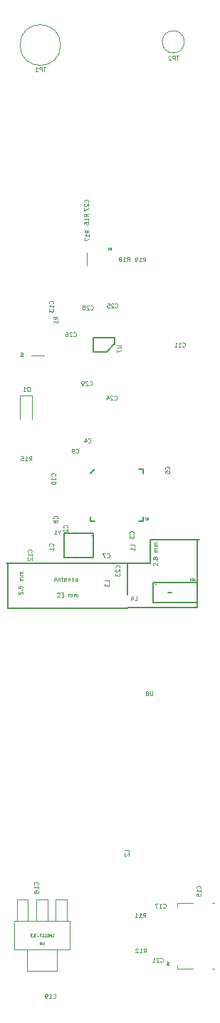
<source format=gbr>
G04 #@! TF.FileFunction,Legend,Bot*
%FSLAX46Y46*%
G04 Gerber Fmt 4.6, Leading zero omitted, Abs format (unit mm)*
G04 Created by KiCad (PCBNEW 4.0.6-e0-6349~53~ubuntu16.04.1) date Thu Nov 23 18:30:10 2017*
%MOMM*%
%LPD*%
G01*
G04 APERTURE LIST*
%ADD10C,0.100000*%
%ADD11C,0.200000*%
%ADD12C,0.125000*%
%ADD13C,0.150000*%
%ADD14C,0.050000*%
%ADD15C,0.120000*%
%ADD16C,0.040000*%
%ADD17C,0.074930*%
%ADD18C,0.076200*%
%ADD19C,0.062500*%
G04 APERTURE END LIST*
D10*
D11*
X119800000Y-88625000D02*
X119800000Y-88575000D01*
X128050000Y-88625000D02*
X119800000Y-88625000D01*
X128050000Y-80625000D02*
X128050000Y-88625000D01*
X119775000Y-87100000D02*
X119775000Y-83350000D01*
X105575000Y-88650000D02*
X119775000Y-88650000D01*
X105575000Y-83400000D02*
X105575000Y-88650000D01*
X105343743Y-83400000D02*
X122500000Y-83400000D01*
D12*
X122873810Y-83607142D02*
X122850000Y-83583332D01*
X122826190Y-83535713D01*
X122826190Y-83416666D01*
X122850000Y-83369047D01*
X122873810Y-83345237D01*
X122921429Y-83321428D01*
X122969048Y-83321428D01*
X123040476Y-83345237D01*
X123326190Y-83630951D01*
X123326190Y-83321428D01*
X123278571Y-83107142D02*
X123302381Y-83083333D01*
X123326190Y-83107142D01*
X123302381Y-83130952D01*
X123278571Y-83107142D01*
X123326190Y-83107142D01*
X123040476Y-82797619D02*
X123016667Y-82845238D01*
X122992857Y-82869047D01*
X122945238Y-82892857D01*
X122921429Y-82892857D01*
X122873810Y-82869047D01*
X122850000Y-82845238D01*
X122826190Y-82797619D01*
X122826190Y-82702381D01*
X122850000Y-82654762D01*
X122873810Y-82630952D01*
X122921429Y-82607143D01*
X122945238Y-82607143D01*
X122992857Y-82630952D01*
X123016667Y-82654762D01*
X123040476Y-82702381D01*
X123040476Y-82797619D01*
X123064286Y-82845238D01*
X123088095Y-82869047D01*
X123135714Y-82892857D01*
X123230952Y-82892857D01*
X123278571Y-82869047D01*
X123302381Y-82845238D01*
X123326190Y-82797619D01*
X123326190Y-82702381D01*
X123302381Y-82654762D01*
X123278571Y-82630952D01*
X123230952Y-82607143D01*
X123135714Y-82607143D01*
X123088095Y-82630952D01*
X123064286Y-82654762D01*
X123040476Y-82702381D01*
X123326190Y-82011905D02*
X122992857Y-82011905D01*
X123040476Y-82011905D02*
X123016667Y-81988096D01*
X122992857Y-81940477D01*
X122992857Y-81869048D01*
X123016667Y-81821429D01*
X123064286Y-81797620D01*
X123326190Y-81797620D01*
X123064286Y-81797620D02*
X123016667Y-81773810D01*
X122992857Y-81726191D01*
X122992857Y-81654763D01*
X123016667Y-81607143D01*
X123064286Y-81583334D01*
X123326190Y-81583334D01*
X123326190Y-81345238D02*
X122992857Y-81345238D01*
X123040476Y-81345238D02*
X123016667Y-81321429D01*
X122992857Y-81273810D01*
X122992857Y-81202381D01*
X123016667Y-81154762D01*
X123064286Y-81130953D01*
X123326190Y-81130953D01*
X123064286Y-81130953D02*
X123016667Y-81107143D01*
X122992857Y-81059524D01*
X122992857Y-80988096D01*
X123016667Y-80940476D01*
X123064286Y-80916667D01*
X123326190Y-80916667D01*
D11*
X122450000Y-80600000D02*
X128325000Y-80600000D01*
X122450000Y-83400000D02*
X122450000Y-80600000D01*
D12*
X111420953Y-86903810D02*
X111444763Y-86880000D01*
X111492382Y-86856190D01*
X111611429Y-86856190D01*
X111659048Y-86880000D01*
X111682858Y-86903810D01*
X111706667Y-86951429D01*
X111706667Y-86999048D01*
X111682858Y-87070476D01*
X111397144Y-87356190D01*
X111706667Y-87356190D01*
X111873334Y-86856190D02*
X112182857Y-86856190D01*
X112016191Y-87046667D01*
X112087619Y-87046667D01*
X112135238Y-87070476D01*
X112159048Y-87094286D01*
X112182857Y-87141905D01*
X112182857Y-87260952D01*
X112159048Y-87308571D01*
X112135238Y-87332381D01*
X112087619Y-87356190D01*
X111944762Y-87356190D01*
X111897143Y-87332381D01*
X111873334Y-87308571D01*
X112778095Y-87356190D02*
X112778095Y-87022857D01*
X112778095Y-87070476D02*
X112801904Y-87046667D01*
X112849523Y-87022857D01*
X112920952Y-87022857D01*
X112968571Y-87046667D01*
X112992380Y-87094286D01*
X112992380Y-87356190D01*
X112992380Y-87094286D02*
X113016190Y-87046667D01*
X113063809Y-87022857D01*
X113135237Y-87022857D01*
X113182857Y-87046667D01*
X113206666Y-87094286D01*
X113206666Y-87356190D01*
X113444762Y-87356190D02*
X113444762Y-87022857D01*
X113444762Y-87070476D02*
X113468571Y-87046667D01*
X113516190Y-87022857D01*
X113587619Y-87022857D01*
X113635238Y-87046667D01*
X113659047Y-87094286D01*
X113659047Y-87356190D01*
X113659047Y-87094286D02*
X113682857Y-87046667D01*
X113730476Y-87022857D01*
X113801904Y-87022857D01*
X113849524Y-87046667D01*
X113873333Y-87094286D01*
X113873333Y-87356190D01*
X106796190Y-86765237D02*
X106796190Y-87003332D01*
X107034286Y-87027142D01*
X107010476Y-87003332D01*
X106986667Y-86955713D01*
X106986667Y-86836666D01*
X107010476Y-86789047D01*
X107034286Y-86765237D01*
X107081905Y-86741428D01*
X107200952Y-86741428D01*
X107248571Y-86765237D01*
X107272381Y-86789047D01*
X107296190Y-86836666D01*
X107296190Y-86955713D01*
X107272381Y-87003332D01*
X107248571Y-87027142D01*
X107248571Y-86527142D02*
X107272381Y-86503333D01*
X107296190Y-86527142D01*
X107272381Y-86550952D01*
X107248571Y-86527142D01*
X107296190Y-86527142D01*
X106796190Y-86050952D02*
X106796190Y-86289047D01*
X107034286Y-86312857D01*
X107010476Y-86289047D01*
X106986667Y-86241428D01*
X106986667Y-86122381D01*
X107010476Y-86074762D01*
X107034286Y-86050952D01*
X107081905Y-86027143D01*
X107200952Y-86027143D01*
X107248571Y-86050952D01*
X107272381Y-86074762D01*
X107296190Y-86122381D01*
X107296190Y-86241428D01*
X107272381Y-86289047D01*
X107248571Y-86312857D01*
X107296190Y-85431905D02*
X106962857Y-85431905D01*
X107010476Y-85431905D02*
X106986667Y-85408096D01*
X106962857Y-85360477D01*
X106962857Y-85289048D01*
X106986667Y-85241429D01*
X107034286Y-85217620D01*
X107296190Y-85217620D01*
X107034286Y-85217620D02*
X106986667Y-85193810D01*
X106962857Y-85146191D01*
X106962857Y-85074763D01*
X106986667Y-85027143D01*
X107034286Y-85003334D01*
X107296190Y-85003334D01*
X107296190Y-84765238D02*
X106962857Y-84765238D01*
X107010476Y-84765238D02*
X106986667Y-84741429D01*
X106962857Y-84693810D01*
X106962857Y-84622381D01*
X106986667Y-84574762D01*
X107034286Y-84550953D01*
X107296190Y-84550953D01*
X107034286Y-84550953D02*
X106986667Y-84527143D01*
X106962857Y-84479524D01*
X106962857Y-84408096D01*
X106986667Y-84360476D01*
X107034286Y-84336667D01*
X107296190Y-84336667D01*
X111089048Y-85343333D02*
X111327143Y-85343333D01*
X111041429Y-85486190D02*
X111208096Y-84986190D01*
X111374762Y-85486190D01*
X111541429Y-85152857D02*
X111541429Y-85486190D01*
X111541429Y-85200476D02*
X111565238Y-85176667D01*
X111612857Y-85152857D01*
X111684286Y-85152857D01*
X111731905Y-85176667D01*
X111755714Y-85224286D01*
X111755714Y-85486190D01*
X111922381Y-85152857D02*
X112112857Y-85152857D01*
X111993810Y-84986190D02*
X111993810Y-85414762D01*
X112017619Y-85462381D01*
X112065238Y-85486190D01*
X112112857Y-85486190D01*
X112470000Y-85462381D02*
X112422381Y-85486190D01*
X112327143Y-85486190D01*
X112279524Y-85462381D01*
X112255714Y-85414762D01*
X112255714Y-85224286D01*
X112279524Y-85176667D01*
X112327143Y-85152857D01*
X112422381Y-85152857D01*
X112470000Y-85176667D01*
X112493809Y-85224286D01*
X112493809Y-85271905D01*
X112255714Y-85319524D01*
X112708095Y-85152857D02*
X112708095Y-85486190D01*
X112708095Y-85200476D02*
X112731904Y-85176667D01*
X112779523Y-85152857D01*
X112850952Y-85152857D01*
X112898571Y-85176667D01*
X112922380Y-85224286D01*
X112922380Y-85486190D01*
X113160476Y-85152857D02*
X113160476Y-85486190D01*
X113160476Y-85200476D02*
X113184285Y-85176667D01*
X113231904Y-85152857D01*
X113303333Y-85152857D01*
X113350952Y-85176667D01*
X113374761Y-85224286D01*
X113374761Y-85486190D01*
X113827142Y-85486190D02*
X113827142Y-85224286D01*
X113803333Y-85176667D01*
X113755714Y-85152857D01*
X113660476Y-85152857D01*
X113612857Y-85176667D01*
X113827142Y-85462381D02*
X113779523Y-85486190D01*
X113660476Y-85486190D01*
X113612857Y-85462381D01*
X113589047Y-85414762D01*
X113589047Y-85367143D01*
X113612857Y-85319524D01*
X113660476Y-85295714D01*
X113779523Y-85295714D01*
X113827142Y-85271905D01*
D13*
X115900000Y-72150000D02*
X115400000Y-72650000D01*
X115400000Y-77850000D02*
X115400000Y-78350000D01*
X115400000Y-78350000D02*
X115900000Y-78350000D01*
X121600000Y-72650000D02*
X121600000Y-72150000D01*
X121600000Y-72150000D02*
X121100000Y-72150000D01*
X121600000Y-77850000D02*
X121600000Y-78350000D01*
X121600000Y-78350000D02*
X121100000Y-78350000D01*
X115539791Y-80058900D02*
G75*
G03X115539791Y-80058900I-45791J0D01*
G01*
X115720000Y-79840000D02*
X115720000Y-82640000D01*
X115720000Y-82640000D02*
X112220000Y-82640000D01*
X115720000Y-79840000D02*
X112220000Y-79840000D01*
X112220000Y-79840000D02*
X112220000Y-82640000D01*
D14*
X111255000Y-125795000D02*
X111255000Y-123195000D01*
X111255000Y-123195000D02*
X112555000Y-123195000D01*
X112555000Y-123195000D02*
X112555000Y-125795000D01*
X108955000Y-125795000D02*
X108955000Y-123195000D01*
X108955000Y-123195000D02*
X110255000Y-123195000D01*
X110255000Y-123195000D02*
X110255000Y-125795000D01*
X106655000Y-125795000D02*
X106655000Y-123195000D01*
X106655000Y-123195000D02*
X107955000Y-123195000D01*
X107955000Y-123195000D02*
X107955000Y-125795000D01*
X107805000Y-129195000D02*
X107805000Y-131695000D01*
X107805000Y-131695000D02*
X111405000Y-131695000D01*
X111405000Y-131695000D02*
X111405000Y-129195000D01*
X106305540Y-129194260D02*
X112904460Y-129194260D01*
X112904460Y-129194260D02*
X112904460Y-125795740D01*
X112904460Y-125795740D02*
X106305540Y-125795740D01*
X106305540Y-125795740D02*
X106305540Y-129194260D01*
D15*
X107020000Y-63420000D02*
X108420000Y-63420000D01*
X108420000Y-63420000D02*
X108420000Y-66220000D01*
X107020000Y-63420000D02*
X107020000Y-66220000D01*
D13*
X124621800Y-86830000D02*
X125053600Y-86830000D01*
X123146421Y-85877500D02*
G75*
G03X123146421Y-85877500I-35921J0D01*
G01*
X122860000Y-88030000D02*
X122860000Y-85630000D01*
X122860000Y-85630000D02*
X128060000Y-85630000D01*
X128060000Y-85630000D02*
X128060000Y-88030000D01*
X122860000Y-88030000D02*
X128060000Y-88030000D01*
D15*
X125700000Y-123665000D02*
X125700000Y-124115000D01*
X127550000Y-123665000D02*
X125700000Y-123665000D01*
X130100000Y-131465000D02*
X129850000Y-131465000D01*
X130100000Y-123665000D02*
X129850000Y-123665000D01*
X127550000Y-131465000D02*
X125700000Y-131465000D01*
X125700000Y-131465000D02*
X125700000Y-131015000D01*
D10*
X111825038Y-21900000D02*
G75*
G03X111825038Y-21900000I-2415038J0D01*
G01*
X126544005Y-21510000D02*
G75*
G03X126544005Y-21510000I-1314005J0D01*
G01*
D13*
X118270000Y-57313000D02*
X117279400Y-58316300D01*
X118275000Y-56574400D02*
X118275000Y-57324400D01*
X118275000Y-56565000D02*
X115725000Y-56565000D01*
X115725000Y-58315000D02*
X115725000Y-56565000D01*
X115725000Y-58315000D02*
X117275000Y-58315000D01*
D15*
X108370000Y-58750000D02*
X109830000Y-58750000D01*
X114950000Y-46560000D02*
X114950000Y-48020000D01*
D12*
X115098571Y-40538572D02*
X115122381Y-40514762D01*
X115146190Y-40443334D01*
X115146190Y-40395715D01*
X115122381Y-40324286D01*
X115074762Y-40276667D01*
X115027143Y-40252858D01*
X114931905Y-40229048D01*
X114860476Y-40229048D01*
X114765238Y-40252858D01*
X114717619Y-40276667D01*
X114670000Y-40324286D01*
X114646190Y-40395715D01*
X114646190Y-40443334D01*
X114670000Y-40514762D01*
X114693810Y-40538572D01*
X114693810Y-40729048D02*
X114670000Y-40752858D01*
X114646190Y-40800477D01*
X114646190Y-40919524D01*
X114670000Y-40967143D01*
X114693810Y-40990953D01*
X114741429Y-41014762D01*
X114789048Y-41014762D01*
X114860476Y-40990953D01*
X115146190Y-40705239D01*
X115146190Y-41014762D01*
X114646190Y-41181429D02*
X114646190Y-41514762D01*
X115146190Y-41300476D01*
D16*
X122251429Y-77926786D02*
X122251429Y-78108929D01*
X122240714Y-78130357D01*
X122230000Y-78141071D01*
X122208571Y-78151786D01*
X122165714Y-78151786D01*
X122144286Y-78141071D01*
X122133571Y-78130357D01*
X122122857Y-78108929D01*
X122122857Y-77926786D01*
X122026429Y-77948214D02*
X122015715Y-77937500D01*
X121994286Y-77926786D01*
X121940715Y-77926786D01*
X121919286Y-77937500D01*
X121908572Y-77948214D01*
X121897857Y-77969643D01*
X121897857Y-77991071D01*
X121908572Y-78023214D01*
X122037143Y-78151786D01*
X121897857Y-78151786D01*
D12*
X111648094Y-79688095D02*
X111648094Y-79926190D01*
X111814761Y-79426190D02*
X111648094Y-79688095D01*
X111481428Y-79426190D01*
X111052857Y-79926190D02*
X111338571Y-79926190D01*
X111195714Y-79926190D02*
X111195714Y-79426190D01*
X111243333Y-79497619D01*
X111290952Y-79545238D01*
X111338571Y-79569048D01*
D17*
X109833358Y-128280828D02*
X109833358Y-128523458D01*
X109819086Y-128552003D01*
X109804813Y-128566275D01*
X109776269Y-128580548D01*
X109719179Y-128580548D01*
X109690634Y-128566275D01*
X109676362Y-128552003D01*
X109662090Y-128523458D01*
X109662090Y-128280828D01*
X109390915Y-128280828D02*
X109448004Y-128280828D01*
X109476549Y-128295100D01*
X109490821Y-128309372D01*
X109519366Y-128352190D01*
X109533638Y-128409279D01*
X109533638Y-128523458D01*
X109519366Y-128552003D01*
X109505094Y-128566275D01*
X109476549Y-128580548D01*
X109419459Y-128580548D01*
X109390915Y-128566275D01*
X109376642Y-128552003D01*
X109362370Y-128523458D01*
X109362370Y-128452096D01*
X109376642Y-128423551D01*
X109390915Y-128409279D01*
X109419459Y-128395007D01*
X109476549Y-128395007D01*
X109505094Y-128409279D01*
X109519366Y-128423551D01*
X109533638Y-128452096D01*
D18*
D17*
X110796744Y-127630588D02*
X110939468Y-127630588D01*
X110939468Y-127330868D01*
X110696838Y-127630588D02*
X110696838Y-127330868D01*
X110596931Y-127544953D01*
X110497025Y-127330868D01*
X110497025Y-127630588D01*
X110197305Y-127630588D02*
X110368573Y-127630588D01*
X110282939Y-127630588D02*
X110282939Y-127330868D01*
X110311484Y-127373685D01*
X110340029Y-127402230D01*
X110368573Y-127416502D01*
X109911857Y-127630588D02*
X110083125Y-127630588D01*
X109997491Y-127630588D02*
X109997491Y-127330868D01*
X110026036Y-127373685D01*
X110054581Y-127402230D01*
X110083125Y-127416502D01*
X109626409Y-127630588D02*
X109797677Y-127630588D01*
X109712043Y-127630588D02*
X109712043Y-127330868D01*
X109740588Y-127373685D01*
X109769133Y-127402230D01*
X109797677Y-127416502D01*
X109526502Y-127330868D02*
X109326689Y-127330868D01*
X109455140Y-127630588D01*
X109212509Y-127516409D02*
X108984151Y-127516409D01*
X108869972Y-127330868D02*
X108684431Y-127330868D01*
X108784338Y-127445047D01*
X108741520Y-127445047D01*
X108712976Y-127459319D01*
X108698703Y-127473591D01*
X108684431Y-127502136D01*
X108684431Y-127573498D01*
X108698703Y-127602043D01*
X108712976Y-127616315D01*
X108741520Y-127630588D01*
X108827155Y-127630588D01*
X108855699Y-127616315D01*
X108869972Y-127602043D01*
X108555979Y-127602043D02*
X108541707Y-127616315D01*
X108555979Y-127630588D01*
X108570251Y-127616315D01*
X108555979Y-127602043D01*
X108555979Y-127630588D01*
X108441800Y-127330868D02*
X108256259Y-127330868D01*
X108356166Y-127445047D01*
X108313348Y-127445047D01*
X108284804Y-127459319D01*
X108270531Y-127473591D01*
X108256259Y-127502136D01*
X108256259Y-127573498D01*
X108270531Y-127602043D01*
X108284804Y-127616315D01*
X108313348Y-127630588D01*
X108398983Y-127630588D01*
X108427527Y-127616315D01*
X108441800Y-127602043D01*
D12*
X108358571Y-82048572D02*
X108382381Y-82024762D01*
X108406190Y-81953334D01*
X108406190Y-81905715D01*
X108382381Y-81834286D01*
X108334762Y-81786667D01*
X108287143Y-81762858D01*
X108191905Y-81739048D01*
X108120476Y-81739048D01*
X108025238Y-81762858D01*
X107977619Y-81786667D01*
X107930000Y-81834286D01*
X107906190Y-81905715D01*
X107906190Y-81953334D01*
X107930000Y-82024762D01*
X107953810Y-82048572D01*
X108406190Y-82524762D02*
X108406190Y-82239048D01*
X108406190Y-82381905D02*
X107906190Y-82381905D01*
X107977619Y-82334286D01*
X108025238Y-82286667D01*
X108049048Y-82239048D01*
X107953810Y-82715238D02*
X107930000Y-82739048D01*
X107906190Y-82786667D01*
X107906190Y-82905714D01*
X107930000Y-82953333D01*
X107953810Y-82977143D01*
X108001429Y-83000952D01*
X108049048Y-83000952D01*
X108120476Y-82977143D01*
X108406190Y-82691429D01*
X108406190Y-83000952D01*
X109103571Y-121503572D02*
X109127381Y-121479762D01*
X109151190Y-121408334D01*
X109151190Y-121360715D01*
X109127381Y-121289286D01*
X109079762Y-121241667D01*
X109032143Y-121217858D01*
X108936905Y-121194048D01*
X108865476Y-121194048D01*
X108770238Y-121217858D01*
X108722619Y-121241667D01*
X108675000Y-121289286D01*
X108651190Y-121360715D01*
X108651190Y-121408334D01*
X108675000Y-121479762D01*
X108698810Y-121503572D01*
X109151190Y-121979762D02*
X109151190Y-121694048D01*
X109151190Y-121836905D02*
X108651190Y-121836905D01*
X108722619Y-121789286D01*
X108770238Y-121741667D01*
X108794048Y-121694048D01*
X108865476Y-122265476D02*
X108841667Y-122217857D01*
X108817857Y-122194048D01*
X108770238Y-122170238D01*
X108746429Y-122170238D01*
X108698810Y-122194048D01*
X108675000Y-122217857D01*
X108651190Y-122265476D01*
X108651190Y-122360714D01*
X108675000Y-122408333D01*
X108698810Y-122432143D01*
X108746429Y-122455952D01*
X108770238Y-122455952D01*
X108817857Y-122432143D01*
X108841667Y-122408333D01*
X108865476Y-122360714D01*
X108865476Y-122265476D01*
X108889286Y-122217857D01*
X108913095Y-122194048D01*
X108960714Y-122170238D01*
X109055952Y-122170238D01*
X109103571Y-122194048D01*
X109127381Y-122217857D01*
X109151190Y-122265476D01*
X109151190Y-122360714D01*
X109127381Y-122408333D01*
X109103571Y-122432143D01*
X109055952Y-122455952D01*
X108960714Y-122455952D01*
X108913095Y-122432143D01*
X108889286Y-122408333D01*
X108865476Y-122360714D01*
X110936428Y-134883571D02*
X110960238Y-134907381D01*
X111031666Y-134931190D01*
X111079285Y-134931190D01*
X111150714Y-134907381D01*
X111198333Y-134859762D01*
X111222142Y-134812143D01*
X111245952Y-134716905D01*
X111245952Y-134645476D01*
X111222142Y-134550238D01*
X111198333Y-134502619D01*
X111150714Y-134455000D01*
X111079285Y-134431190D01*
X111031666Y-134431190D01*
X110960238Y-134455000D01*
X110936428Y-134478810D01*
X110460238Y-134931190D02*
X110745952Y-134931190D01*
X110603095Y-134931190D02*
X110603095Y-134431190D01*
X110650714Y-134502619D01*
X110698333Y-134550238D01*
X110745952Y-134574048D01*
X110222143Y-134931190D02*
X110126905Y-134931190D01*
X110079286Y-134907381D01*
X110055476Y-134883571D01*
X110007857Y-134812143D01*
X109984048Y-134716905D01*
X109984048Y-134526429D01*
X110007857Y-134478810D01*
X110031667Y-134455000D01*
X110079286Y-134431190D01*
X110174524Y-134431190D01*
X110222143Y-134455000D01*
X110245952Y-134478810D01*
X110269762Y-134526429D01*
X110269762Y-134645476D01*
X110245952Y-134693095D01*
X110222143Y-134716905D01*
X110174524Y-134740714D01*
X110079286Y-134740714D01*
X110031667Y-134716905D01*
X110007857Y-134693095D01*
X109984048Y-134645476D01*
X108139047Y-62946190D02*
X108139047Y-62446190D01*
X108020000Y-62446190D01*
X107948571Y-62470000D01*
X107900952Y-62517619D01*
X107877143Y-62565238D01*
X107853333Y-62660476D01*
X107853333Y-62731905D01*
X107877143Y-62827143D01*
X107900952Y-62874762D01*
X107948571Y-62922381D01*
X108020000Y-62946190D01*
X108139047Y-62946190D01*
X107377143Y-62946190D02*
X107662857Y-62946190D01*
X107520000Y-62946190D02*
X107520000Y-62446190D01*
X107567619Y-62517619D01*
X107615238Y-62565238D01*
X107662857Y-62589048D01*
X119921190Y-117626667D02*
X119921190Y-117388572D01*
X119421190Y-117388572D01*
X119468810Y-117769524D02*
X119445000Y-117793334D01*
X119421190Y-117840953D01*
X119421190Y-117960000D01*
X119445000Y-118007619D01*
X119468810Y-118031429D01*
X119516429Y-118055238D01*
X119564048Y-118055238D01*
X119635476Y-118031429D01*
X119921190Y-117745715D01*
X119921190Y-118055238D01*
X111476190Y-54396667D02*
X111238095Y-54230000D01*
X111476190Y-54110953D02*
X110976190Y-54110953D01*
X110976190Y-54301429D01*
X111000000Y-54349048D01*
X111023810Y-54372857D01*
X111071429Y-54396667D01*
X111142857Y-54396667D01*
X111190476Y-54372857D01*
X111214286Y-54349048D01*
X111238095Y-54301429D01*
X111238095Y-54110953D01*
X111476190Y-54872857D02*
X111476190Y-54587143D01*
X111476190Y-54730000D02*
X110976190Y-54730000D01*
X111047619Y-54682381D01*
X111095238Y-54634762D01*
X111119048Y-54587143D01*
X121641428Y-125366190D02*
X121808095Y-125128095D01*
X121927142Y-125366190D02*
X121927142Y-124866190D01*
X121736666Y-124866190D01*
X121689047Y-124890000D01*
X121665238Y-124913810D01*
X121641428Y-124961429D01*
X121641428Y-125032857D01*
X121665238Y-125080476D01*
X121689047Y-125104286D01*
X121736666Y-125128095D01*
X121927142Y-125128095D01*
X121165238Y-125366190D02*
X121450952Y-125366190D01*
X121308095Y-125366190D02*
X121308095Y-124866190D01*
X121355714Y-124937619D01*
X121403333Y-124985238D01*
X121450952Y-125009048D01*
X120689048Y-125366190D02*
X120974762Y-125366190D01*
X120831905Y-125366190D02*
X120831905Y-124866190D01*
X120879524Y-124937619D01*
X120927143Y-124985238D01*
X120974762Y-125009048D01*
X121681428Y-129536190D02*
X121848095Y-129298095D01*
X121967142Y-129536190D02*
X121967142Y-129036190D01*
X121776666Y-129036190D01*
X121729047Y-129060000D01*
X121705238Y-129083810D01*
X121681428Y-129131429D01*
X121681428Y-129202857D01*
X121705238Y-129250476D01*
X121729047Y-129274286D01*
X121776666Y-129298095D01*
X121967142Y-129298095D01*
X121205238Y-129536190D02*
X121490952Y-129536190D01*
X121348095Y-129536190D02*
X121348095Y-129036190D01*
X121395714Y-129107619D01*
X121443333Y-129155238D01*
X121490952Y-129179048D01*
X121014762Y-129083810D02*
X120990952Y-129060000D01*
X120943333Y-129036190D01*
X120824286Y-129036190D01*
X120776667Y-129060000D01*
X120752857Y-129083810D01*
X120729048Y-129131429D01*
X120729048Y-129179048D01*
X120752857Y-129250476D01*
X121038571Y-129536190D01*
X120729048Y-129536190D01*
X108061428Y-71186190D02*
X108228095Y-70948095D01*
X108347142Y-71186190D02*
X108347142Y-70686190D01*
X108156666Y-70686190D01*
X108109047Y-70710000D01*
X108085238Y-70733810D01*
X108061428Y-70781429D01*
X108061428Y-70852857D01*
X108085238Y-70900476D01*
X108109047Y-70924286D01*
X108156666Y-70948095D01*
X108347142Y-70948095D01*
X107585238Y-71186190D02*
X107870952Y-71186190D01*
X107728095Y-71186190D02*
X107728095Y-70686190D01*
X107775714Y-70757619D01*
X107823333Y-70805238D01*
X107870952Y-70829048D01*
X107132857Y-70686190D02*
X107370952Y-70686190D01*
X107394762Y-70924286D01*
X107370952Y-70900476D01*
X107323333Y-70876667D01*
X107204286Y-70876667D01*
X107156667Y-70900476D01*
X107132857Y-70924286D01*
X107109048Y-70971905D01*
X107109048Y-71090952D01*
X107132857Y-71138571D01*
X107156667Y-71162381D01*
X107204286Y-71186190D01*
X107323333Y-71186190D01*
X107370952Y-71162381D01*
X107394762Y-71138571D01*
D19*
X127770966Y-85347667D02*
X127651918Y-85347667D01*
X127794775Y-85419095D02*
X127711442Y-85169095D01*
X127628109Y-85419095D01*
X127544775Y-85288143D02*
X127461442Y-85288143D01*
X127425728Y-85419095D02*
X127544775Y-85419095D01*
X127544775Y-85169095D01*
X127425728Y-85169095D01*
X127187633Y-85419095D02*
X127330490Y-85419095D01*
X127259061Y-85419095D02*
X127259061Y-85169095D01*
X127282871Y-85204810D01*
X127306680Y-85228619D01*
X127330490Y-85240524D01*
X124428495Y-130638424D02*
X124630876Y-130638424D01*
X124654686Y-130650329D01*
X124666590Y-130662233D01*
X124678495Y-130686043D01*
X124678495Y-130733662D01*
X124666590Y-130757471D01*
X124654686Y-130769376D01*
X124630876Y-130781281D01*
X124428495Y-130781281D01*
X124511829Y-131007472D02*
X124678495Y-131007472D01*
X124416590Y-130947948D02*
X124595162Y-130888424D01*
X124595162Y-131043186D01*
D14*
X110050952Y-24526190D02*
X109765238Y-24526190D01*
X109908095Y-25026190D02*
X109908095Y-24526190D01*
X109598571Y-25026190D02*
X109598571Y-24526190D01*
X109408095Y-24526190D01*
X109360476Y-24550000D01*
X109336667Y-24573810D01*
X109312857Y-24621429D01*
X109312857Y-24692857D01*
X109336667Y-24740476D01*
X109360476Y-24764286D01*
X109408095Y-24788095D01*
X109598571Y-24788095D01*
X108836667Y-25026190D02*
X109122381Y-25026190D01*
X108979524Y-25026190D02*
X108979524Y-24526190D01*
X109027143Y-24597619D01*
X109074762Y-24645238D01*
X109122381Y-24669048D01*
D10*
X125860952Y-23196190D02*
X125575238Y-23196190D01*
X125718095Y-23696190D02*
X125718095Y-23196190D01*
X125408571Y-23696190D02*
X125408571Y-23196190D01*
X125218095Y-23196190D01*
X125170476Y-23220000D01*
X125146667Y-23243810D01*
X125122857Y-23291429D01*
X125122857Y-23362857D01*
X125146667Y-23410476D01*
X125170476Y-23434286D01*
X125218095Y-23458095D01*
X125408571Y-23458095D01*
X124932381Y-23243810D02*
X124908571Y-23220000D01*
X124860952Y-23196190D01*
X124741905Y-23196190D01*
X124694286Y-23220000D01*
X124670476Y-23243810D01*
X124646667Y-23291429D01*
X124646667Y-23339048D01*
X124670476Y-23410476D01*
X124956190Y-23696190D01*
X124646667Y-23696190D01*
X118526190Y-57529048D02*
X118930952Y-57529048D01*
X118978571Y-57552857D01*
X119002381Y-57576667D01*
X119026190Y-57624286D01*
X119026190Y-57719524D01*
X119002381Y-57767143D01*
X118978571Y-57790952D01*
X118930952Y-57814762D01*
X118526190Y-57814762D01*
X118526190Y-58005239D02*
X118526190Y-58338572D01*
X119026190Y-58124286D01*
D14*
X122757752Y-98536890D02*
X122757752Y-98941652D01*
X122733943Y-98989271D01*
X122710133Y-99013081D01*
X122662514Y-99036890D01*
X122567276Y-99036890D01*
X122519657Y-99013081D01*
X122495848Y-98989271D01*
X122472038Y-98941652D01*
X122472038Y-98536890D01*
X122162514Y-98751176D02*
X122210133Y-98727367D01*
X122233942Y-98703557D01*
X122257752Y-98655938D01*
X122257752Y-98632129D01*
X122233942Y-98584510D01*
X122210133Y-98560700D01*
X122162514Y-98536890D01*
X122067276Y-98536890D01*
X122019657Y-98560700D01*
X121995847Y-98584510D01*
X121972038Y-98632129D01*
X121972038Y-98655938D01*
X121995847Y-98703557D01*
X122019657Y-98727367D01*
X122067276Y-98751176D01*
X122162514Y-98751176D01*
X122210133Y-98774986D01*
X122233942Y-98798795D01*
X122257752Y-98846414D01*
X122257752Y-98941652D01*
X122233942Y-98989271D01*
X122210133Y-99013081D01*
X122162514Y-99036890D01*
X122067276Y-99036890D01*
X122019657Y-99013081D01*
X121995847Y-98989271D01*
X121972038Y-98941652D01*
X121972038Y-98846414D01*
X121995847Y-98798795D01*
X122019657Y-98774986D01*
X122067276Y-98751176D01*
D12*
X110908571Y-81326667D02*
X110932381Y-81302857D01*
X110956190Y-81231429D01*
X110956190Y-81183810D01*
X110932381Y-81112381D01*
X110884762Y-81064762D01*
X110837143Y-81040953D01*
X110741905Y-81017143D01*
X110670476Y-81017143D01*
X110575238Y-81040953D01*
X110527619Y-81064762D01*
X110480000Y-81112381D01*
X110456190Y-81183810D01*
X110456190Y-81231429D01*
X110480000Y-81302857D01*
X110503810Y-81326667D01*
X110956190Y-81802857D02*
X110956190Y-81517143D01*
X110956190Y-81660000D02*
X110456190Y-81660000D01*
X110527619Y-81612381D01*
X110575238Y-81564762D01*
X110599048Y-81517143D01*
X112618571Y-79156667D02*
X112642381Y-79132857D01*
X112666190Y-79061429D01*
X112666190Y-79013810D01*
X112642381Y-78942381D01*
X112594762Y-78894762D01*
X112547143Y-78870953D01*
X112451905Y-78847143D01*
X112380476Y-78847143D01*
X112285238Y-78870953D01*
X112237619Y-78894762D01*
X112190000Y-78942381D01*
X112166190Y-79013810D01*
X112166190Y-79061429D01*
X112190000Y-79132857D01*
X112213810Y-79156667D01*
X112213810Y-79347143D02*
X112190000Y-79370953D01*
X112166190Y-79418572D01*
X112166190Y-79537619D01*
X112190000Y-79585238D01*
X112213810Y-79609048D01*
X112261429Y-79632857D01*
X112309048Y-79632857D01*
X112380476Y-79609048D01*
X112666190Y-79323334D01*
X112666190Y-79632857D01*
X120488571Y-79876667D02*
X120512381Y-79852857D01*
X120536190Y-79781429D01*
X120536190Y-79733810D01*
X120512381Y-79662381D01*
X120464762Y-79614762D01*
X120417143Y-79590953D01*
X120321905Y-79567143D01*
X120250476Y-79567143D01*
X120155238Y-79590953D01*
X120107619Y-79614762D01*
X120060000Y-79662381D01*
X120036190Y-79733810D01*
X120036190Y-79781429D01*
X120060000Y-79852857D01*
X120083810Y-79876667D01*
X120036190Y-80043334D02*
X120036190Y-80352857D01*
X120226667Y-80186191D01*
X120226667Y-80257619D01*
X120250476Y-80305238D01*
X120274286Y-80329048D01*
X120321905Y-80352857D01*
X120440952Y-80352857D01*
X120488571Y-80329048D01*
X120512381Y-80305238D01*
X120536190Y-80257619D01*
X120536190Y-80114762D01*
X120512381Y-80067143D01*
X120488571Y-80043334D01*
X115103333Y-69008571D02*
X115127143Y-69032381D01*
X115198571Y-69056190D01*
X115246190Y-69056190D01*
X115317619Y-69032381D01*
X115365238Y-68984762D01*
X115389047Y-68937143D01*
X115412857Y-68841905D01*
X115412857Y-68770476D01*
X115389047Y-68675238D01*
X115365238Y-68627619D01*
X115317619Y-68580000D01*
X115246190Y-68556190D01*
X115198571Y-68556190D01*
X115127143Y-68580000D01*
X115103333Y-68603810D01*
X114674762Y-68722857D02*
X114674762Y-69056190D01*
X114793809Y-68532381D02*
X114912857Y-68889524D01*
X114603333Y-68889524D01*
X124698571Y-72196667D02*
X124722381Y-72172857D01*
X124746190Y-72101429D01*
X124746190Y-72053810D01*
X124722381Y-71982381D01*
X124674762Y-71934762D01*
X124627143Y-71910953D01*
X124531905Y-71887143D01*
X124460476Y-71887143D01*
X124365238Y-71910953D01*
X124317619Y-71934762D01*
X124270000Y-71982381D01*
X124246190Y-72053810D01*
X124246190Y-72101429D01*
X124270000Y-72172857D01*
X124293810Y-72196667D01*
X124246190Y-72649048D02*
X124246190Y-72410953D01*
X124484286Y-72387143D01*
X124460476Y-72410953D01*
X124436667Y-72458572D01*
X124436667Y-72577619D01*
X124460476Y-72625238D01*
X124484286Y-72649048D01*
X124531905Y-72672857D01*
X124650952Y-72672857D01*
X124698571Y-72649048D01*
X124722381Y-72625238D01*
X124746190Y-72577619D01*
X124746190Y-72458572D01*
X124722381Y-72410953D01*
X124698571Y-72387143D01*
X117353333Y-82638571D02*
X117377143Y-82662381D01*
X117448571Y-82686190D01*
X117496190Y-82686190D01*
X117567619Y-82662381D01*
X117615238Y-82614762D01*
X117639047Y-82567143D01*
X117662857Y-82471905D01*
X117662857Y-82400476D01*
X117639047Y-82305238D01*
X117615238Y-82257619D01*
X117567619Y-82210000D01*
X117496190Y-82186190D01*
X117448571Y-82186190D01*
X117377143Y-82210000D01*
X117353333Y-82233810D01*
X117186666Y-82186190D02*
X116853333Y-82186190D01*
X117067619Y-82686190D01*
X111418571Y-78056667D02*
X111442381Y-78032857D01*
X111466190Y-77961429D01*
X111466190Y-77913810D01*
X111442381Y-77842381D01*
X111394762Y-77794762D01*
X111347143Y-77770953D01*
X111251905Y-77747143D01*
X111180476Y-77747143D01*
X111085238Y-77770953D01*
X111037619Y-77794762D01*
X110990000Y-77842381D01*
X110966190Y-77913810D01*
X110966190Y-77961429D01*
X110990000Y-78032857D01*
X111013810Y-78056667D01*
X111180476Y-78342381D02*
X111156667Y-78294762D01*
X111132857Y-78270953D01*
X111085238Y-78247143D01*
X111061429Y-78247143D01*
X111013810Y-78270953D01*
X110990000Y-78294762D01*
X110966190Y-78342381D01*
X110966190Y-78437619D01*
X110990000Y-78485238D01*
X111013810Y-78509048D01*
X111061429Y-78532857D01*
X111085238Y-78532857D01*
X111132857Y-78509048D01*
X111156667Y-78485238D01*
X111180476Y-78437619D01*
X111180476Y-78342381D01*
X111204286Y-78294762D01*
X111228095Y-78270953D01*
X111275714Y-78247143D01*
X111370952Y-78247143D01*
X111418571Y-78270953D01*
X111442381Y-78294762D01*
X111466190Y-78342381D01*
X111466190Y-78437619D01*
X111442381Y-78485238D01*
X111418571Y-78509048D01*
X111370952Y-78532857D01*
X111275714Y-78532857D01*
X111228095Y-78509048D01*
X111204286Y-78485238D01*
X111180476Y-78437619D01*
X113633333Y-70248571D02*
X113657143Y-70272381D01*
X113728571Y-70296190D01*
X113776190Y-70296190D01*
X113847619Y-70272381D01*
X113895238Y-70224762D01*
X113919047Y-70177143D01*
X113942857Y-70081905D01*
X113942857Y-70010476D01*
X113919047Y-69915238D01*
X113895238Y-69867619D01*
X113847619Y-69820000D01*
X113776190Y-69796190D01*
X113728571Y-69796190D01*
X113657143Y-69820000D01*
X113633333Y-69843810D01*
X113395238Y-70296190D02*
X113300000Y-70296190D01*
X113252381Y-70272381D01*
X113228571Y-70248571D01*
X113180952Y-70177143D01*
X113157143Y-70081905D01*
X113157143Y-69891429D01*
X113180952Y-69843810D01*
X113204762Y-69820000D01*
X113252381Y-69796190D01*
X113347619Y-69796190D01*
X113395238Y-69820000D01*
X113419047Y-69843810D01*
X113442857Y-69891429D01*
X113442857Y-70010476D01*
X113419047Y-70058095D01*
X113395238Y-70081905D01*
X113347619Y-70105714D01*
X113252381Y-70105714D01*
X113204762Y-70081905D01*
X113180952Y-70058095D01*
X113157143Y-70010476D01*
X111168571Y-73008572D02*
X111192381Y-72984762D01*
X111216190Y-72913334D01*
X111216190Y-72865715D01*
X111192381Y-72794286D01*
X111144762Y-72746667D01*
X111097143Y-72722858D01*
X111001905Y-72699048D01*
X110930476Y-72699048D01*
X110835238Y-72722858D01*
X110787619Y-72746667D01*
X110740000Y-72794286D01*
X110716190Y-72865715D01*
X110716190Y-72913334D01*
X110740000Y-72984762D01*
X110763810Y-73008572D01*
X111216190Y-73484762D02*
X111216190Y-73199048D01*
X111216190Y-73341905D02*
X110716190Y-73341905D01*
X110787619Y-73294286D01*
X110835238Y-73246667D01*
X110859048Y-73199048D01*
X110716190Y-73794286D02*
X110716190Y-73841905D01*
X110740000Y-73889524D01*
X110763810Y-73913333D01*
X110811429Y-73937143D01*
X110906667Y-73960952D01*
X111025714Y-73960952D01*
X111120952Y-73937143D01*
X111168571Y-73913333D01*
X111192381Y-73889524D01*
X111216190Y-73841905D01*
X111216190Y-73794286D01*
X111192381Y-73746667D01*
X111168571Y-73722857D01*
X111120952Y-73699048D01*
X111025714Y-73675238D01*
X110906667Y-73675238D01*
X110811429Y-73699048D01*
X110763810Y-73722857D01*
X110740000Y-73746667D01*
X110716190Y-73794286D01*
X126321428Y-57628571D02*
X126345238Y-57652381D01*
X126416666Y-57676190D01*
X126464285Y-57676190D01*
X126535714Y-57652381D01*
X126583333Y-57604762D01*
X126607142Y-57557143D01*
X126630952Y-57461905D01*
X126630952Y-57390476D01*
X126607142Y-57295238D01*
X126583333Y-57247619D01*
X126535714Y-57200000D01*
X126464285Y-57176190D01*
X126416666Y-57176190D01*
X126345238Y-57200000D01*
X126321428Y-57223810D01*
X125845238Y-57676190D02*
X126130952Y-57676190D01*
X125988095Y-57676190D02*
X125988095Y-57176190D01*
X126035714Y-57247619D01*
X126083333Y-57295238D01*
X126130952Y-57319048D01*
X125369048Y-57676190D02*
X125654762Y-57676190D01*
X125511905Y-57676190D02*
X125511905Y-57176190D01*
X125559524Y-57247619D01*
X125607143Y-57295238D01*
X125654762Y-57319048D01*
X110908571Y-52578572D02*
X110932381Y-52554762D01*
X110956190Y-52483334D01*
X110956190Y-52435715D01*
X110932381Y-52364286D01*
X110884762Y-52316667D01*
X110837143Y-52292858D01*
X110741905Y-52269048D01*
X110670476Y-52269048D01*
X110575238Y-52292858D01*
X110527619Y-52316667D01*
X110480000Y-52364286D01*
X110456190Y-52435715D01*
X110456190Y-52483334D01*
X110480000Y-52554762D01*
X110503810Y-52578572D01*
X110956190Y-53054762D02*
X110956190Y-52769048D01*
X110956190Y-52911905D02*
X110456190Y-52911905D01*
X110527619Y-52864286D01*
X110575238Y-52816667D01*
X110599048Y-52769048D01*
X110456190Y-53221429D02*
X110456190Y-53530952D01*
X110646667Y-53364286D01*
X110646667Y-53435714D01*
X110670476Y-53483333D01*
X110694286Y-53507143D01*
X110741905Y-53530952D01*
X110860952Y-53530952D01*
X110908571Y-53507143D01*
X110932381Y-53483333D01*
X110956190Y-53435714D01*
X110956190Y-53292857D01*
X110932381Y-53245238D01*
X110908571Y-53221429D01*
X128418571Y-121898572D02*
X128442381Y-121874762D01*
X128466190Y-121803334D01*
X128466190Y-121755715D01*
X128442381Y-121684286D01*
X128394762Y-121636667D01*
X128347143Y-121612858D01*
X128251905Y-121589048D01*
X128180476Y-121589048D01*
X128085238Y-121612858D01*
X128037619Y-121636667D01*
X127990000Y-121684286D01*
X127966190Y-121755715D01*
X127966190Y-121803334D01*
X127990000Y-121874762D01*
X128013810Y-121898572D01*
X128466190Y-122374762D02*
X128466190Y-122089048D01*
X128466190Y-122231905D02*
X127966190Y-122231905D01*
X128037619Y-122184286D01*
X128085238Y-122136667D01*
X128109048Y-122089048D01*
X127966190Y-122827143D02*
X127966190Y-122589048D01*
X128204286Y-122565238D01*
X128180476Y-122589048D01*
X128156667Y-122636667D01*
X128156667Y-122755714D01*
X128180476Y-122803333D01*
X128204286Y-122827143D01*
X128251905Y-122850952D01*
X128370952Y-122850952D01*
X128418571Y-122827143D01*
X128442381Y-122803333D01*
X128466190Y-122755714D01*
X128466190Y-122636667D01*
X128442381Y-122589048D01*
X128418571Y-122565238D01*
X124031428Y-124178571D02*
X124055238Y-124202381D01*
X124126666Y-124226190D01*
X124174285Y-124226190D01*
X124245714Y-124202381D01*
X124293333Y-124154762D01*
X124317142Y-124107143D01*
X124340952Y-124011905D01*
X124340952Y-123940476D01*
X124317142Y-123845238D01*
X124293333Y-123797619D01*
X124245714Y-123750000D01*
X124174285Y-123726190D01*
X124126666Y-123726190D01*
X124055238Y-123750000D01*
X124031428Y-123773810D01*
X123555238Y-124226190D02*
X123840952Y-124226190D01*
X123698095Y-124226190D02*
X123698095Y-123726190D01*
X123745714Y-123797619D01*
X123793333Y-123845238D01*
X123840952Y-123869048D01*
X123388571Y-123726190D02*
X123055238Y-123726190D01*
X123269524Y-124226190D01*
X123701428Y-130598571D02*
X123725238Y-130622381D01*
X123796666Y-130646190D01*
X123844285Y-130646190D01*
X123915714Y-130622381D01*
X123963333Y-130574762D01*
X123987142Y-130527143D01*
X124010952Y-130431905D01*
X124010952Y-130360476D01*
X123987142Y-130265238D01*
X123963333Y-130217619D01*
X123915714Y-130170000D01*
X123844285Y-130146190D01*
X123796666Y-130146190D01*
X123725238Y-130170000D01*
X123701428Y-130193810D01*
X123510952Y-130193810D02*
X123487142Y-130170000D01*
X123439523Y-130146190D01*
X123320476Y-130146190D01*
X123272857Y-130170000D01*
X123249047Y-130193810D01*
X123225238Y-130241429D01*
X123225238Y-130289048D01*
X123249047Y-130360476D01*
X123534761Y-130646190D01*
X123225238Y-130646190D01*
X122749048Y-130646190D02*
X123034762Y-130646190D01*
X122891905Y-130646190D02*
X122891905Y-130146190D01*
X122939524Y-130217619D01*
X122987143Y-130265238D01*
X123034762Y-130289048D01*
X118819271Y-83898572D02*
X118843081Y-83874762D01*
X118866890Y-83803334D01*
X118866890Y-83755715D01*
X118843081Y-83684286D01*
X118795462Y-83636667D01*
X118747843Y-83612858D01*
X118652605Y-83589048D01*
X118581176Y-83589048D01*
X118485938Y-83612858D01*
X118438319Y-83636667D01*
X118390700Y-83684286D01*
X118366890Y-83755715D01*
X118366890Y-83803334D01*
X118390700Y-83874762D01*
X118414510Y-83898572D01*
X118414510Y-84089048D02*
X118390700Y-84112858D01*
X118366890Y-84160477D01*
X118366890Y-84279524D01*
X118390700Y-84327143D01*
X118414510Y-84350953D01*
X118462129Y-84374762D01*
X118509748Y-84374762D01*
X118581176Y-84350953D01*
X118866890Y-84065239D01*
X118866890Y-84374762D01*
X118366890Y-84541429D02*
X118366890Y-84850952D01*
X118557367Y-84684286D01*
X118557367Y-84755714D01*
X118581176Y-84803333D01*
X118604986Y-84827143D01*
X118652605Y-84850952D01*
X118771652Y-84850952D01*
X118819271Y-84827143D01*
X118843081Y-84803333D01*
X118866890Y-84755714D01*
X118866890Y-84612857D01*
X118843081Y-84565238D01*
X118819271Y-84541429D01*
X118201428Y-63948571D02*
X118225238Y-63972381D01*
X118296666Y-63996190D01*
X118344285Y-63996190D01*
X118415714Y-63972381D01*
X118463333Y-63924762D01*
X118487142Y-63877143D01*
X118510952Y-63781905D01*
X118510952Y-63710476D01*
X118487142Y-63615238D01*
X118463333Y-63567619D01*
X118415714Y-63520000D01*
X118344285Y-63496190D01*
X118296666Y-63496190D01*
X118225238Y-63520000D01*
X118201428Y-63543810D01*
X118010952Y-63543810D02*
X117987142Y-63520000D01*
X117939523Y-63496190D01*
X117820476Y-63496190D01*
X117772857Y-63520000D01*
X117749047Y-63543810D01*
X117725238Y-63591429D01*
X117725238Y-63639048D01*
X117749047Y-63710476D01*
X118034761Y-63996190D01*
X117725238Y-63996190D01*
X117296667Y-63662857D02*
X117296667Y-63996190D01*
X117415714Y-63472381D02*
X117534762Y-63829524D01*
X117225238Y-63829524D01*
X118311428Y-52998571D02*
X118335238Y-53022381D01*
X118406666Y-53046190D01*
X118454285Y-53046190D01*
X118525714Y-53022381D01*
X118573333Y-52974762D01*
X118597142Y-52927143D01*
X118620952Y-52831905D01*
X118620952Y-52760476D01*
X118597142Y-52665238D01*
X118573333Y-52617619D01*
X118525714Y-52570000D01*
X118454285Y-52546190D01*
X118406666Y-52546190D01*
X118335238Y-52570000D01*
X118311428Y-52593810D01*
X118120952Y-52593810D02*
X118097142Y-52570000D01*
X118049523Y-52546190D01*
X117930476Y-52546190D01*
X117882857Y-52570000D01*
X117859047Y-52593810D01*
X117835238Y-52641429D01*
X117835238Y-52689048D01*
X117859047Y-52760476D01*
X118144761Y-53046190D01*
X117835238Y-53046190D01*
X117382857Y-52546190D02*
X117620952Y-52546190D01*
X117644762Y-52784286D01*
X117620952Y-52760476D01*
X117573333Y-52736667D01*
X117454286Y-52736667D01*
X117406667Y-52760476D01*
X117382857Y-52784286D01*
X117359048Y-52831905D01*
X117359048Y-52950952D01*
X117382857Y-52998571D01*
X117406667Y-53022381D01*
X117454286Y-53046190D01*
X117573333Y-53046190D01*
X117620952Y-53022381D01*
X117644762Y-52998571D01*
X113361428Y-56408571D02*
X113385238Y-56432381D01*
X113456666Y-56456190D01*
X113504285Y-56456190D01*
X113575714Y-56432381D01*
X113623333Y-56384762D01*
X113647142Y-56337143D01*
X113670952Y-56241905D01*
X113670952Y-56170476D01*
X113647142Y-56075238D01*
X113623333Y-56027619D01*
X113575714Y-55980000D01*
X113504285Y-55956190D01*
X113456666Y-55956190D01*
X113385238Y-55980000D01*
X113361428Y-56003810D01*
X113170952Y-56003810D02*
X113147142Y-55980000D01*
X113099523Y-55956190D01*
X112980476Y-55956190D01*
X112932857Y-55980000D01*
X112909047Y-56003810D01*
X112885238Y-56051429D01*
X112885238Y-56099048D01*
X112909047Y-56170476D01*
X113194761Y-56456190D01*
X112885238Y-56456190D01*
X112456667Y-55956190D02*
X112551905Y-55956190D01*
X112599524Y-55980000D01*
X112623333Y-56003810D01*
X112670952Y-56075238D01*
X112694762Y-56170476D01*
X112694762Y-56360952D01*
X112670952Y-56408571D01*
X112647143Y-56432381D01*
X112599524Y-56456190D01*
X112504286Y-56456190D01*
X112456667Y-56432381D01*
X112432857Y-56408571D01*
X112409048Y-56360952D01*
X112409048Y-56241905D01*
X112432857Y-56194286D01*
X112456667Y-56170476D01*
X112504286Y-56146667D01*
X112599524Y-56146667D01*
X112647143Y-56170476D01*
X112670952Y-56194286D01*
X112694762Y-56241905D01*
X120601390Y-81401267D02*
X120601390Y-81163172D01*
X120101390Y-81163172D01*
X120601390Y-81829838D02*
X120601390Y-81544124D01*
X120601390Y-81686981D02*
X120101390Y-81686981D01*
X120172819Y-81639362D01*
X120220438Y-81591743D01*
X120244248Y-81544124D01*
X117596190Y-85666667D02*
X117596190Y-85428572D01*
X117096190Y-85428572D01*
X117096190Y-85785715D02*
X117096190Y-86095238D01*
X117286667Y-85928572D01*
X117286667Y-86000000D01*
X117310476Y-86047619D01*
X117334286Y-86071429D01*
X117381905Y-86095238D01*
X117500952Y-86095238D01*
X117548571Y-86071429D01*
X117572381Y-86047619D01*
X117596190Y-86000000D01*
X117596190Y-85857143D01*
X117572381Y-85809524D01*
X117548571Y-85785715D01*
X120613333Y-87786190D02*
X120851428Y-87786190D01*
X120851428Y-87286190D01*
X120232381Y-87452857D02*
X120232381Y-87786190D01*
X120351428Y-87262381D02*
X120470476Y-87619524D01*
X120160952Y-87619524D01*
X115126190Y-42238572D02*
X114888095Y-42071905D01*
X115126190Y-41952858D02*
X114626190Y-41952858D01*
X114626190Y-42143334D01*
X114650000Y-42190953D01*
X114673810Y-42214762D01*
X114721429Y-42238572D01*
X114792857Y-42238572D01*
X114840476Y-42214762D01*
X114864286Y-42190953D01*
X114888095Y-42143334D01*
X114888095Y-41952858D01*
X115126190Y-42714762D02*
X115126190Y-42429048D01*
X115126190Y-42571905D02*
X114626190Y-42571905D01*
X114697619Y-42524286D01*
X114745238Y-42476667D01*
X114769048Y-42429048D01*
X114626190Y-43143333D02*
X114626190Y-43048095D01*
X114650000Y-43000476D01*
X114673810Y-42976667D01*
X114745238Y-42929048D01*
X114840476Y-42905238D01*
X115030952Y-42905238D01*
X115078571Y-42929048D01*
X115102381Y-42952857D01*
X115126190Y-43000476D01*
X115126190Y-43095714D01*
X115102381Y-43143333D01*
X115078571Y-43167143D01*
X115030952Y-43190952D01*
X114911905Y-43190952D01*
X114864286Y-43167143D01*
X114840476Y-43143333D01*
X114816667Y-43095714D01*
X114816667Y-43000476D01*
X114840476Y-42952857D01*
X114864286Y-42929048D01*
X114911905Y-42905238D01*
X115226190Y-44148572D02*
X114988095Y-43981905D01*
X115226190Y-43862858D02*
X114726190Y-43862858D01*
X114726190Y-44053334D01*
X114750000Y-44100953D01*
X114773810Y-44124762D01*
X114821429Y-44148572D01*
X114892857Y-44148572D01*
X114940476Y-44124762D01*
X114964286Y-44100953D01*
X114988095Y-44053334D01*
X114988095Y-43862858D01*
X115226190Y-44624762D02*
X115226190Y-44339048D01*
X115226190Y-44481905D02*
X114726190Y-44481905D01*
X114797619Y-44434286D01*
X114845238Y-44386667D01*
X114869048Y-44339048D01*
X114726190Y-44791429D02*
X114726190Y-45124762D01*
X115226190Y-44910476D01*
X119711428Y-47536190D02*
X119878095Y-47298095D01*
X119997142Y-47536190D02*
X119997142Y-47036190D01*
X119806666Y-47036190D01*
X119759047Y-47060000D01*
X119735238Y-47083810D01*
X119711428Y-47131429D01*
X119711428Y-47202857D01*
X119735238Y-47250476D01*
X119759047Y-47274286D01*
X119806666Y-47298095D01*
X119997142Y-47298095D01*
X119235238Y-47536190D02*
X119520952Y-47536190D01*
X119378095Y-47536190D02*
X119378095Y-47036190D01*
X119425714Y-47107619D01*
X119473333Y-47155238D01*
X119520952Y-47179048D01*
X118949524Y-47250476D02*
X118997143Y-47226667D01*
X119020952Y-47202857D01*
X119044762Y-47155238D01*
X119044762Y-47131429D01*
X119020952Y-47083810D01*
X118997143Y-47060000D01*
X118949524Y-47036190D01*
X118854286Y-47036190D01*
X118806667Y-47060000D01*
X118782857Y-47083810D01*
X118759048Y-47131429D01*
X118759048Y-47155238D01*
X118782857Y-47202857D01*
X118806667Y-47226667D01*
X118854286Y-47250476D01*
X118949524Y-47250476D01*
X118997143Y-47274286D01*
X119020952Y-47298095D01*
X119044762Y-47345714D01*
X119044762Y-47440952D01*
X119020952Y-47488571D01*
X118997143Y-47512381D01*
X118949524Y-47536190D01*
X118854286Y-47536190D01*
X118806667Y-47512381D01*
X118782857Y-47488571D01*
X118759048Y-47440952D01*
X118759048Y-47345714D01*
X118782857Y-47298095D01*
X118806667Y-47274286D01*
X118854286Y-47250476D01*
X121621428Y-47586190D02*
X121788095Y-47348095D01*
X121907142Y-47586190D02*
X121907142Y-47086190D01*
X121716666Y-47086190D01*
X121669047Y-47110000D01*
X121645238Y-47133810D01*
X121621428Y-47181429D01*
X121621428Y-47252857D01*
X121645238Y-47300476D01*
X121669047Y-47324286D01*
X121716666Y-47348095D01*
X121907142Y-47348095D01*
X121145238Y-47586190D02*
X121430952Y-47586190D01*
X121288095Y-47586190D02*
X121288095Y-47086190D01*
X121335714Y-47157619D01*
X121383333Y-47205238D01*
X121430952Y-47229048D01*
X120907143Y-47586190D02*
X120811905Y-47586190D01*
X120764286Y-47562381D01*
X120740476Y-47538571D01*
X120692857Y-47467143D01*
X120669048Y-47371905D01*
X120669048Y-47181429D01*
X120692857Y-47133810D01*
X120716667Y-47110000D01*
X120764286Y-47086190D01*
X120859524Y-47086190D01*
X120907143Y-47110000D01*
X120930952Y-47133810D01*
X120954762Y-47181429D01*
X120954762Y-47300476D01*
X120930952Y-47348095D01*
X120907143Y-47371905D01*
X120859524Y-47395714D01*
X120764286Y-47395714D01*
X120716667Y-47371905D01*
X120692857Y-47348095D01*
X120669048Y-47300476D01*
D14*
X107075095Y-58381524D02*
X107277476Y-58381524D01*
X107301286Y-58393429D01*
X107313190Y-58405333D01*
X107325095Y-58429143D01*
X107325095Y-58476762D01*
X107313190Y-58500571D01*
X107301286Y-58512476D01*
X107277476Y-58524381D01*
X107075095Y-58524381D01*
X107075095Y-58619619D02*
X107075095Y-58774381D01*
X107170333Y-58691048D01*
X107170333Y-58726762D01*
X107182238Y-58750572D01*
X107194143Y-58762476D01*
X107217952Y-58774381D01*
X107277476Y-58774381D01*
X107301286Y-58762476D01*
X107313190Y-58750572D01*
X107325095Y-58726762D01*
X107325095Y-58655334D01*
X107313190Y-58631524D01*
X107301286Y-58619619D01*
X117870476Y-45953095D02*
X117870476Y-46155476D01*
X117858571Y-46179286D01*
X117846667Y-46191190D01*
X117822857Y-46203095D01*
X117775238Y-46203095D01*
X117751429Y-46191190D01*
X117739524Y-46179286D01*
X117727619Y-46155476D01*
X117727619Y-45953095D01*
X117596666Y-46203095D02*
X117549047Y-46203095D01*
X117525238Y-46191190D01*
X117513333Y-46179286D01*
X117489524Y-46143571D01*
X117477619Y-46095952D01*
X117477619Y-46000714D01*
X117489524Y-45976905D01*
X117501428Y-45965000D01*
X117525238Y-45953095D01*
X117572857Y-45953095D01*
X117596666Y-45965000D01*
X117608571Y-45976905D01*
X117620476Y-46000714D01*
X117620476Y-46060238D01*
X117608571Y-46084048D01*
X117596666Y-46095952D01*
X117572857Y-46107857D01*
X117525238Y-46107857D01*
X117501428Y-46095952D01*
X117489524Y-46084048D01*
X117477619Y-46060238D01*
D12*
X115361428Y-53218571D02*
X115385238Y-53242381D01*
X115456666Y-53266190D01*
X115504285Y-53266190D01*
X115575714Y-53242381D01*
X115623333Y-53194762D01*
X115647142Y-53147143D01*
X115670952Y-53051905D01*
X115670952Y-52980476D01*
X115647142Y-52885238D01*
X115623333Y-52837619D01*
X115575714Y-52790000D01*
X115504285Y-52766190D01*
X115456666Y-52766190D01*
X115385238Y-52790000D01*
X115361428Y-52813810D01*
X115170952Y-52813810D02*
X115147142Y-52790000D01*
X115099523Y-52766190D01*
X114980476Y-52766190D01*
X114932857Y-52790000D01*
X114909047Y-52813810D01*
X114885238Y-52861429D01*
X114885238Y-52909048D01*
X114909047Y-52980476D01*
X115194761Y-53266190D01*
X114885238Y-53266190D01*
X114599524Y-52980476D02*
X114647143Y-52956667D01*
X114670952Y-52932857D01*
X114694762Y-52885238D01*
X114694762Y-52861429D01*
X114670952Y-52813810D01*
X114647143Y-52790000D01*
X114599524Y-52766190D01*
X114504286Y-52766190D01*
X114456667Y-52790000D01*
X114432857Y-52813810D01*
X114409048Y-52861429D01*
X114409048Y-52885238D01*
X114432857Y-52932857D01*
X114456667Y-52956667D01*
X114504286Y-52980476D01*
X114599524Y-52980476D01*
X114647143Y-53004286D01*
X114670952Y-53028095D01*
X114694762Y-53075714D01*
X114694762Y-53170952D01*
X114670952Y-53218571D01*
X114647143Y-53242381D01*
X114599524Y-53266190D01*
X114504286Y-53266190D01*
X114456667Y-53242381D01*
X114432857Y-53218571D01*
X114409048Y-53170952D01*
X114409048Y-53075714D01*
X114432857Y-53028095D01*
X114456667Y-53004286D01*
X114504286Y-52980476D01*
X115261428Y-62208571D02*
X115285238Y-62232381D01*
X115356666Y-62256190D01*
X115404285Y-62256190D01*
X115475714Y-62232381D01*
X115523333Y-62184762D01*
X115547142Y-62137143D01*
X115570952Y-62041905D01*
X115570952Y-61970476D01*
X115547142Y-61875238D01*
X115523333Y-61827619D01*
X115475714Y-61780000D01*
X115404285Y-61756190D01*
X115356666Y-61756190D01*
X115285238Y-61780000D01*
X115261428Y-61803810D01*
X115070952Y-61803810D02*
X115047142Y-61780000D01*
X114999523Y-61756190D01*
X114880476Y-61756190D01*
X114832857Y-61780000D01*
X114809047Y-61803810D01*
X114785238Y-61851429D01*
X114785238Y-61899048D01*
X114809047Y-61970476D01*
X115094761Y-62256190D01*
X114785238Y-62256190D01*
X114547143Y-62256190D02*
X114451905Y-62256190D01*
X114404286Y-62232381D01*
X114380476Y-62208571D01*
X114332857Y-62137143D01*
X114309048Y-62041905D01*
X114309048Y-61851429D01*
X114332857Y-61803810D01*
X114356667Y-61780000D01*
X114404286Y-61756190D01*
X114499524Y-61756190D01*
X114547143Y-61780000D01*
X114570952Y-61803810D01*
X114594762Y-61851429D01*
X114594762Y-61970476D01*
X114570952Y-62018095D01*
X114547143Y-62041905D01*
X114499524Y-62065714D01*
X114404286Y-62065714D01*
X114356667Y-62041905D01*
X114332857Y-62018095D01*
X114309048Y-61970476D01*
M02*

</source>
